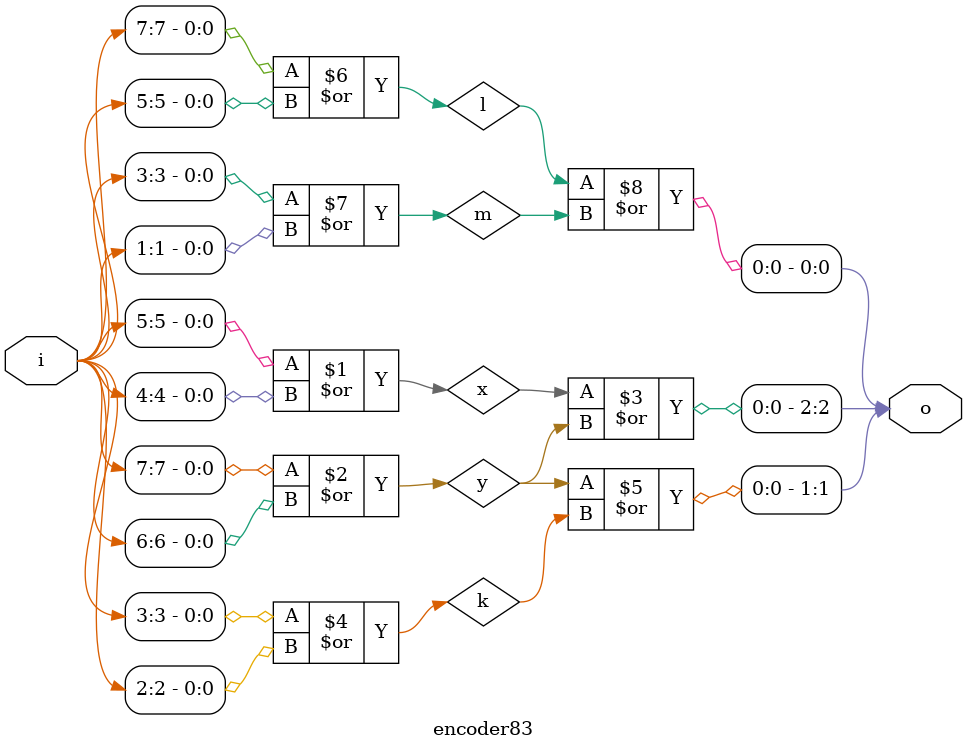
<source format=v>
module encoder83(o,i);
    output [2:0]o;
    input [7:0]i;
    wire x,y,k,l,m;
    or u1(x,i[5],i[4]);
    or u2(y,i[7],i[6]);
    or u3(o[2],x,y);
    or u4(k,i[3],i[2]);
    or u5(o[1],y,k);
    or u6(l,i[7],i[5]);
    or u7(m,i[3],i[1]);
    or u8(o[0],l,m);
endmodule
</source>
